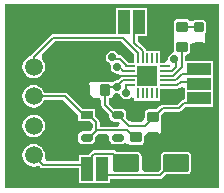
<source format=gtl>
G04*
G04 #@! TF.GenerationSoftware,Altium Limited,Altium Designer,18.0.11 (651)*
G04*
G04 Layer_Physical_Order=1*
G04 Layer_Color=255*
%FSLAX25Y25*%
%MOIN*%
G70*
G01*
G75*
%ADD11C,0.00787*%
G04:AMPARAMS|DCode=27|XSize=86.61mil|YSize=59.06mil|CornerRadius=7.38mil|HoleSize=0mil|Usage=FLASHONLY|Rotation=180.000|XOffset=0mil|YOffset=0mil|HoleType=Round|Shape=RoundedRectangle|*
%AMROUNDEDRECTD27*
21,1,0.08661,0.04429,0,0,180.0*
21,1,0.07185,0.05906,0,0,180.0*
1,1,0.01476,-0.03593,0.02215*
1,1,0.01476,0.03593,0.02215*
1,1,0.01476,0.03593,-0.02215*
1,1,0.01476,-0.03593,-0.02215*
%
%ADD27ROUNDEDRECTD27*%
%ADD28R,0.03543X0.00787*%
%ADD29R,0.00787X0.03543*%
%ADD30R,0.06693X0.06693*%
%ADD31R,0.03937X0.07874*%
G04:AMPARAMS|DCode=32|XSize=39.37mil|YSize=35.43mil|CornerRadius=4.43mil|HoleSize=0mil|Usage=FLASHONLY|Rotation=270.000|XOffset=0mil|YOffset=0mil|HoleType=Round|Shape=RoundedRectangle|*
%AMROUNDEDRECTD32*
21,1,0.03937,0.02657,0,0,270.0*
21,1,0.03051,0.03543,0,0,270.0*
1,1,0.00886,-0.01329,-0.01526*
1,1,0.00886,-0.01329,0.01526*
1,1,0.00886,0.01329,0.01526*
1,1,0.00886,0.01329,-0.01526*
%
%ADD32ROUNDEDRECTD32*%
G04:AMPARAMS|DCode=33|XSize=39.37mil|YSize=35.43mil|CornerRadius=4.43mil|HoleSize=0mil|Usage=FLASHONLY|Rotation=180.000|XOffset=0mil|YOffset=0mil|HoleType=Round|Shape=RoundedRectangle|*
%AMROUNDEDRECTD33*
21,1,0.03937,0.02657,0,0,180.0*
21,1,0.03051,0.03543,0,0,180.0*
1,1,0.00886,-0.01526,0.01329*
1,1,0.00886,0.01526,0.01329*
1,1,0.00886,0.01526,-0.01329*
1,1,0.00886,-0.01526,-0.01329*
%
%ADD33ROUNDEDRECTD33*%
G04:AMPARAMS|DCode=34|XSize=31.5mil|YSize=31.5mil|CornerRadius=3.94mil|HoleSize=0mil|Usage=FLASHONLY|Rotation=270.000|XOffset=0mil|YOffset=0mil|HoleType=Round|Shape=RoundedRectangle|*
%AMROUNDEDRECTD34*
21,1,0.03150,0.02362,0,0,270.0*
21,1,0.02362,0.03150,0,0,270.0*
1,1,0.00787,-0.01181,-0.01181*
1,1,0.00787,-0.01181,0.01181*
1,1,0.00787,0.01181,0.01181*
1,1,0.00787,0.01181,-0.01181*
%
%ADD34ROUNDEDRECTD34*%
%ADD35R,0.07874X0.03937*%
G04:AMPARAMS|DCode=36|XSize=39.37mil|YSize=25.98mil|CornerRadius=6.5mil|HoleSize=0mil|Usage=FLASHONLY|Rotation=0.000|XOffset=0mil|YOffset=0mil|HoleType=Round|Shape=RoundedRectangle|*
%AMROUNDEDRECTD36*
21,1,0.03937,0.01299,0,0,0.0*
21,1,0.02638,0.02598,0,0,0.0*
1,1,0.01299,0.01319,-0.00650*
1,1,0.01299,-0.01319,-0.00650*
1,1,0.01299,-0.01319,0.00650*
1,1,0.01299,0.01319,0.00650*
%
%ADD36ROUNDEDRECTD36*%
%ADD37R,0.03937X0.02598*%
%ADD38C,0.05906*%
%ADD39C,0.02756*%
G36*
X72032Y803D02*
X803D01*
Y62189D01*
X72032D01*
Y803D01*
D02*
G37*
%LPC*%
G36*
X48130Y60925D02*
X37697D01*
Y52287D01*
X16831D01*
X16370Y52195D01*
X15979Y51934D01*
X9385Y45340D01*
X9124Y44949D01*
X9119Y44924D01*
X8350Y44606D01*
X7569Y44006D01*
X6969Y43225D01*
X6592Y42315D01*
X6464Y41339D01*
X6592Y40362D01*
X6969Y39452D01*
X7569Y38671D01*
X8350Y38072D01*
X9260Y37695D01*
X10236Y37566D01*
X11213Y37695D01*
X12122Y38072D01*
X12904Y38671D01*
X13503Y39452D01*
X13880Y40362D01*
X14009Y41339D01*
X13880Y42315D01*
X13503Y43225D01*
X12904Y44006D01*
X12928Y45476D01*
X17330Y49878D01*
X39363D01*
X43776Y45466D01*
Y44193D01*
X43799Y44077D01*
Y42717D01*
X42439D01*
X42323Y42740D01*
X41936D01*
X39828Y44848D01*
X39437Y45109D01*
X38976Y45200D01*
X38555Y45333D01*
X38077Y46049D01*
X37361Y46528D01*
X36516Y46696D01*
X35671Y46528D01*
X34955Y46049D01*
X34476Y45333D01*
X34308Y44488D01*
X34476Y43643D01*
X34955Y42927D01*
X35671Y42449D01*
X35885Y41242D01*
X36053Y40397D01*
X36531Y39681D01*
X37247Y39202D01*
X38092Y39034D01*
X38176Y39051D01*
X38742Y38786D01*
X38923Y38182D01*
X38950Y38009D01*
X38957Y37541D01*
X38241Y36825D01*
X38092Y36855D01*
X37247Y36687D01*
X36531Y36209D01*
X35864Y36248D01*
X35384Y36343D01*
X32726D01*
X32337Y36266D01*
X32283Y36319D01*
X29134D01*
X28346Y35531D01*
Y31594D01*
X29134Y30807D01*
X32283D01*
X32851Y29861D01*
Y28543D01*
X32851Y28543D01*
X32943Y28082D01*
X33204Y27692D01*
X35425Y25471D01*
Y24547D01*
X35536Y23987D01*
X35854Y23511D01*
X36329Y23194D01*
X36890Y23082D01*
X38500D01*
X38886Y22582D01*
X38306Y21401D01*
X32208D01*
Y22865D01*
X32208Y22865D01*
X32116Y23325D01*
X31855Y23716D01*
X31855Y23716D01*
X30610Y24961D01*
Y27283D01*
X26585D01*
X21521Y32348D01*
X21130Y32609D01*
X20669Y32700D01*
X20669Y32700D01*
X13786D01*
X13503Y33382D01*
X12904Y34163D01*
X12122Y34763D01*
X11213Y35140D01*
X10236Y35269D01*
X9260Y35140D01*
X8350Y34763D01*
X7569Y34163D01*
X6969Y33382D01*
X6592Y32472D01*
X6464Y31496D01*
X6592Y30520D01*
X6969Y29610D01*
X7569Y28829D01*
X8350Y28229D01*
X9260Y27852D01*
X10236Y27724D01*
X11213Y27852D01*
X12122Y28229D01*
X12904Y28829D01*
X13503Y29610D01*
X13786Y30292D01*
X20170D01*
X25098Y25364D01*
Y23110D01*
X29055D01*
X29800Y22366D01*
Y20548D01*
X29083Y19831D01*
X26535D01*
X25975Y19720D01*
X25499Y19402D01*
X25182Y18927D01*
X25070Y18366D01*
Y17067D01*
X25182Y16506D01*
X25499Y16031D01*
X25975Y15713D01*
X26535Y15602D01*
X29173D01*
X29734Y15713D01*
X30209Y16031D01*
X30527Y16506D01*
X30638Y17067D01*
Y17980D01*
X31651Y18993D01*
X34345D01*
X35425Y18366D01*
Y17067D01*
X35536Y16506D01*
X35854Y16031D01*
X36329Y15713D01*
X36890Y15602D01*
X39528D01*
X40088Y15713D01*
X40347Y15887D01*
X40793Y15970D01*
X41771Y15712D01*
X41780Y15698D01*
X42187Y15426D01*
X42667Y15330D01*
X45719D01*
X46199Y15426D01*
X46606Y15698D01*
X46877Y16105D01*
X46973Y16585D01*
Y18286D01*
X48031Y18898D01*
X51968D01*
X52756Y19685D01*
Y22835D01*
X52702Y22888D01*
X52780Y23278D01*
Y25388D01*
X53747Y26355D01*
X58661D01*
X58661Y26355D01*
X59122Y26447D01*
X59513Y26708D01*
X60834Y28028D01*
X62795D01*
X62795Y28028D01*
X62912Y28051D01*
X69980D01*
Y32972D01*
Y37894D01*
Y43406D01*
X60853D01*
Y44861D01*
X60853Y44861D01*
X61651Y45445D01*
X62058Y45717D01*
X62330Y46124D01*
X62426Y46604D01*
Y48917D01*
X63484Y49213D01*
X63484Y49213D01*
Y49213D01*
X63484Y49213D01*
X67421D01*
Y52452D01*
X67485Y52495D01*
X67746Y52886D01*
X67838Y53347D01*
Y55709D01*
X67746Y56169D01*
X67485Y56560D01*
X67095Y56821D01*
X66634Y56913D01*
X64272D01*
X63811Y56821D01*
X63420Y56560D01*
X63407Y56559D01*
X62152Y56701D01*
X62058Y56842D01*
X61651Y57114D01*
X61171Y57209D01*
X58120D01*
X57640Y57114D01*
X57233Y56842D01*
X56961Y56435D01*
X56866Y55955D01*
Y53297D01*
X56943Y52908D01*
X56890Y52854D01*
Y49705D01*
X56943Y49651D01*
X56866Y49262D01*
Y46604D01*
X56244Y45841D01*
X55528Y45362D01*
X55050Y44646D01*
X54882Y43801D01*
X53898Y42717D01*
X52461D01*
Y46752D01*
X47732D01*
X47668Y47078D01*
X47407Y47468D01*
X45003Y49872D01*
Y51477D01*
X48130D01*
Y60925D01*
D02*
G37*
G36*
X10236Y25426D02*
X9260Y25297D01*
X8350Y24920D01*
X7569Y24321D01*
X6969Y23540D01*
X6592Y22630D01*
X6464Y21654D01*
X6592Y20677D01*
X6969Y19767D01*
X7569Y18986D01*
X8350Y18386D01*
X9260Y18010D01*
X10236Y17881D01*
X11213Y18010D01*
X12122Y18386D01*
X12904Y18986D01*
X13503Y19767D01*
X13880Y20677D01*
X14009Y21654D01*
X13880Y22630D01*
X13503Y23540D01*
X12904Y24321D01*
X12122Y24920D01*
X11213Y25297D01*
X10236Y25426D01*
D02*
G37*
G36*
Y15583D02*
X9260Y15455D01*
X8350Y15078D01*
X7569Y14479D01*
X6969Y13697D01*
X6592Y12787D01*
X6464Y11811D01*
X6592Y10835D01*
X6969Y9925D01*
X7569Y9144D01*
X8350Y8544D01*
X9260Y8167D01*
X10236Y8039D01*
X11213Y8167D01*
X11895Y8450D01*
X12436Y7908D01*
X12436Y7908D01*
X12826Y7647D01*
X13287Y7556D01*
X13287Y7556D01*
X25197D01*
Y2559D01*
X35630D01*
Y3914D01*
X52362D01*
X52362Y3914D01*
X52823Y4005D01*
X53214Y4267D01*
X54429Y5482D01*
X61269D01*
X61865Y5600D01*
X62369Y5937D01*
X62707Y6442D01*
X62825Y7037D01*
Y11467D01*
X62707Y12062D01*
X62369Y12566D01*
X61865Y12904D01*
X61269Y13022D01*
X54084D01*
X53489Y12904D01*
X52985Y12566D01*
X52647Y12062D01*
X52529Y11467D01*
Y7037D01*
X51675Y6322D01*
X47352D01*
X46290Y7037D01*
Y11467D01*
X46171Y12062D01*
X45834Y12566D01*
X45329Y12904D01*
X44734Y13022D01*
X37894D01*
X37663Y13253D01*
X37272Y13514D01*
X36811Y13606D01*
X36811Y13606D01*
X30416D01*
X30416Y13606D01*
X29955Y13514D01*
X29565Y13253D01*
X29565Y13253D01*
X28676Y12364D01*
X28438Y12008D01*
X25197D01*
Y9964D01*
X14798D01*
X14420Y10323D01*
X13921Y11145D01*
X14009Y11811D01*
X13880Y12787D01*
X13503Y13697D01*
X12904Y14479D01*
X12122Y15078D01*
X11213Y15455D01*
X10236Y15583D01*
D02*
G37*
%LPD*%
G36*
X51378Y38780D02*
Y35138D01*
X44882D01*
Y37992D01*
X44882D01*
Y38780D01*
X44882D01*
Y41634D01*
X51378D01*
Y38780D01*
D02*
G37*
G36*
X60532Y34240D02*
Y30437D01*
X60335D01*
X59874Y30345D01*
X59483Y30084D01*
X58163Y28763D01*
X53248D01*
X52787Y28672D01*
X52397Y28411D01*
X52397Y28411D01*
X51175Y27189D01*
X48474D01*
X47994Y27094D01*
X47587Y26822D01*
X47315Y26415D01*
X47220Y25935D01*
Y24234D01*
X46161Y23622D01*
X42224D01*
X41977Y23374D01*
X40961Y24390D01*
X40993Y24547D01*
Y25846D01*
X40881Y26407D01*
X40564Y26882D01*
X40088Y27200D01*
X39528Y27312D01*
X36990D01*
X35259Y29042D01*
Y30783D01*
X35384D01*
X35864Y30878D01*
X36271Y31150D01*
X36543Y31557D01*
X36560Y31646D01*
X36917Y32145D01*
X37715Y32454D01*
X38907Y32330D01*
X39006Y31834D01*
X39484Y31118D01*
X40200Y30639D01*
X41045Y30471D01*
X41890Y30639D01*
X42606Y31118D01*
X42618Y31135D01*
X43799Y30777D01*
Y30020D01*
X52461D01*
Y34055D01*
X53821D01*
X53937Y34032D01*
X57798D01*
X57798Y34032D01*
X57798Y34032D01*
X58155D01*
X58155Y34032D01*
X58616Y34124D01*
X59006Y34385D01*
X59350Y34729D01*
X60532Y34240D01*
D02*
G37*
D11*
X36516Y44488D02*
X37008Y43996D01*
X27953Y6693D02*
X29528Y8268D01*
X13287Y8760D02*
X27953D01*
X29528Y11513D02*
X30416Y12402D01*
X29528Y8268D02*
Y11513D01*
X30416Y12402D02*
X36811D01*
X47343Y21654D02*
X53248Y27559D01*
X38388Y34647D02*
Y35269D01*
X38976Y43996D02*
X41437Y41535D01*
X37008Y43996D02*
X38976D01*
X38092Y34647D02*
X38388D01*
X35140D02*
X38092D01*
X60335Y29232D02*
X62795D01*
X58661Y27559D02*
X60335Y29232D01*
X53248Y27559D02*
X58661D01*
X58155Y35236D02*
X59336Y36417D01*
X57798Y35236D02*
X58155D01*
X57798Y35236D02*
X57798Y35236D01*
X57503Y36811D02*
X57995Y37303D01*
X57146Y36811D02*
X57503D01*
X57146Y36811D02*
X57146Y36811D01*
X53937Y38386D02*
X56850D01*
X59646Y44864D02*
Y47933D01*
Y44864D02*
X59649Y44861D01*
Y42741D02*
Y44861D01*
X59646Y42739D02*
X59649Y42741D01*
X59646Y41181D02*
Y42739D01*
X56198Y39961D02*
X57579Y41342D01*
X53937Y39961D02*
X56198D01*
X56850Y38386D02*
X59646Y41181D01*
X57995Y37303D02*
X59766Y39075D01*
X53937Y36811D02*
X57146D01*
X53937Y35236D02*
X57798D01*
X41043D02*
X42323D01*
X40945Y35138D02*
X41043Y35236D01*
X40945Y33073D02*
Y35138D01*
X36811Y12402D02*
X39961Y9252D01*
X56890Y43509D02*
X57579Y42820D01*
Y41342D02*
Y42820D01*
X38728Y37837D02*
X38976Y38085D01*
X39930Y36811D02*
X42323D01*
X38388Y35269D02*
X39930Y36811D01*
X38976Y38085D02*
Y38386D01*
X42323D01*
X34055Y33563D02*
X35140Y34647D01*
X41437Y41535D02*
X42323D01*
X38191Y41439D02*
X38584D01*
X40062Y39961D01*
X42323D01*
X62106Y36417D02*
X64370Y34154D01*
X59336Y36417D02*
X62106D01*
X59744Y54528D02*
X65453D01*
X59646Y54626D02*
X59744Y54528D01*
X42917Y18504D02*
X44488D01*
X44045Y18061D02*
X44488Y18504D01*
X31152Y20197D02*
X41224D01*
X31004Y20049D02*
X31152Y20197D01*
X31004Y20049D02*
Y22865D01*
X62795Y29232D02*
X64370Y30807D01*
X38209Y25197D02*
X38451D01*
X41224Y20197D02*
X42917Y18504D01*
X38451Y25197D02*
X41995Y21654D01*
X47343D01*
X56595Y9350D02*
X60630D01*
X33810Y5757D02*
X34449Y5118D01*
X32874Y4825D02*
Y7283D01*
Y4825D02*
X32876Y4823D01*
X34449Y5118D02*
X52362D01*
X59766Y39075D02*
X64370D01*
X39961Y9252D02*
X41142D01*
X27953Y7283D02*
Y8760D01*
Y6693D02*
Y7283D01*
X10236Y11811D02*
X13287Y8760D01*
X28672Y25197D02*
X31004Y22865D01*
X28672Y17717D02*
X31004Y20049D01*
X27854Y25197D02*
X28672D01*
X52362Y5118D02*
X56595Y9350D01*
X26969Y25197D02*
X27854D01*
X20669Y31496D02*
X26969Y25197D01*
X10236Y31496D02*
X20669D01*
X27854Y17717D02*
X28672D01*
X42323Y38386D02*
X48130D01*
X37402Y25197D02*
X38209D01*
X34055Y28543D02*
X37402Y25197D01*
X34055Y28543D02*
Y33563D01*
X39862Y51083D02*
X44980Y45965D01*
X16831Y51083D02*
X39862D01*
X10236Y44488D02*
X16831Y51083D01*
X53937Y38386D02*
Y38386D01*
X43799Y49373D02*
Y54626D01*
Y49373D02*
X46555Y46617D01*
Y44193D02*
Y46617D01*
X43799Y54626D02*
X45374Y56201D01*
X10236Y41339D02*
Y44488D01*
X44980Y44193D02*
Y45965D01*
D27*
X41142Y9252D02*
D03*
X57677D02*
D03*
D28*
X42323Y41535D02*
D03*
Y39961D02*
D03*
Y38386D02*
D03*
Y36811D02*
D03*
Y35236D02*
D03*
X53937D02*
D03*
Y36811D02*
D03*
Y38386D02*
D03*
Y39961D02*
D03*
Y41535D02*
D03*
D29*
X44980Y32579D02*
D03*
X46555D02*
D03*
X48130D02*
D03*
X49705D02*
D03*
X51279D02*
D03*
Y44193D02*
D03*
X49705D02*
D03*
X48130D02*
D03*
X46555D02*
D03*
X44980D02*
D03*
D30*
X48130Y38386D02*
D03*
D31*
X27953Y7283D02*
D03*
X32874D02*
D03*
X45374Y56201D02*
D03*
X35531D02*
D03*
X40453D02*
D03*
D32*
X27362Y33563D02*
D03*
X34055D02*
D03*
D33*
X59646Y47933D02*
D03*
Y54626D02*
D03*
X44193Y24606D02*
D03*
Y17913D02*
D03*
X50000Y17913D02*
D03*
Y24606D02*
D03*
D34*
X65453Y47835D02*
D03*
Y54528D02*
D03*
D35*
X65256Y30807D02*
D03*
Y35728D02*
D03*
Y25886D02*
D03*
Y40650D02*
D03*
D36*
X38209Y17717D02*
D03*
Y25197D02*
D03*
X27854Y17717D02*
D03*
Y21457D02*
D03*
D37*
Y25197D02*
D03*
D38*
X10236Y11811D02*
D03*
Y21654D02*
D03*
Y31496D02*
D03*
Y41339D02*
D03*
Y51181D02*
D03*
D39*
X36516Y44488D02*
D03*
X59153Y32677D02*
D03*
X57089Y43801D02*
D03*
X38092Y34647D02*
D03*
X40848Y46164D02*
D03*
X38092Y41242D02*
D03*
X50000Y60433D02*
D03*
X48917Y16535D02*
D03*
X54331Y24409D02*
D03*
X55610Y2362D02*
D03*
X44488D02*
D03*
X37697D02*
D03*
X13583Y16634D02*
D03*
X14567Y34744D02*
D03*
X14567Y26772D02*
D03*
X25984Y37697D02*
D03*
X36319Y59744D02*
D03*
X38780Y48524D02*
D03*
X24409Y20276D02*
D03*
X48130Y49705D02*
D03*
X23524Y14764D02*
D03*
X23031Y5413D02*
D03*
X49409Y8366D02*
D03*
X67520Y59941D02*
D03*
X68602Y50787D02*
D03*
X64075Y45079D02*
D03*
X28642Y30512D02*
D03*
X46752Y28642D02*
D03*
X45573Y24214D02*
D03*
X39862Y28839D02*
D03*
X54134Y46654D02*
D03*
X56988Y30118D02*
D03*
X32876Y4823D02*
D03*
X41045Y32679D02*
D03*
X41144Y53448D02*
D03*
M02*

</source>
